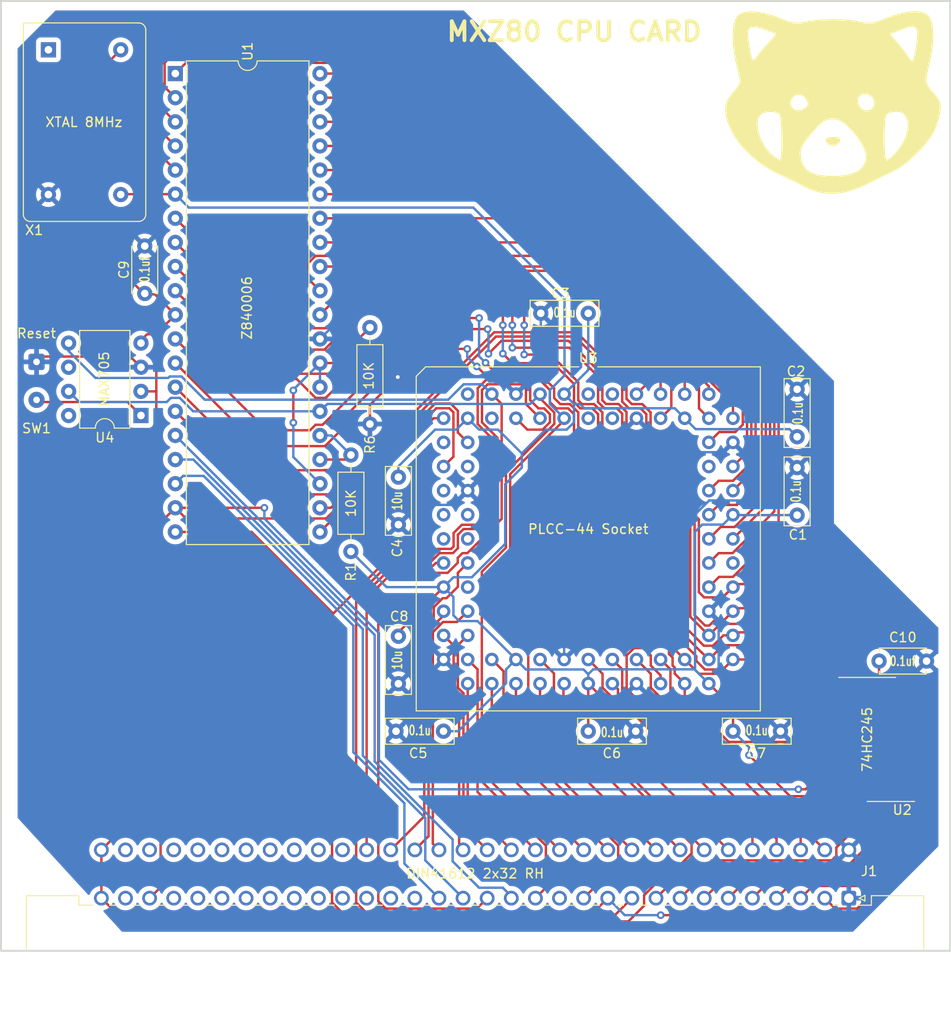
<source format=kicad_pcb>
(kicad_pcb (version 20221018) (generator pcbnew)

  (general
    (thickness 1.6)
  )

  (paper "A4")
  (layers
    (0 "F.Cu" signal)
    (31 "B.Cu" signal)
    (32 "B.Adhes" user "B.Adhesive")
    (33 "F.Adhes" user "F.Adhesive")
    (34 "B.Paste" user)
    (35 "F.Paste" user)
    (36 "B.SilkS" user "B.Silkscreen")
    (37 "F.SilkS" user "F.Silkscreen")
    (38 "B.Mask" user)
    (39 "F.Mask" user)
    (40 "Dwgs.User" user "User.Drawings")
    (41 "Cmts.User" user "User.Comments")
    (42 "Eco1.User" user "User.Eco1")
    (43 "Eco2.User" user "User.Eco2")
    (44 "Edge.Cuts" user)
    (45 "Margin" user)
    (46 "B.CrtYd" user "B.Courtyard")
    (47 "F.CrtYd" user "F.Courtyard")
    (48 "B.Fab" user)
    (49 "F.Fab" user)
    (50 "User.1" user)
    (51 "User.2" user)
    (52 "User.3" user)
    (53 "User.4" user)
    (54 "User.5" user)
    (55 "User.6" user)
    (56 "User.7" user)
    (57 "User.8" user)
    (58 "User.9" user)
  )

  (setup
    (stackup
      (layer "F.SilkS" (type "Top Silk Screen"))
      (layer "F.Paste" (type "Top Solder Paste"))
      (layer "F.Mask" (type "Top Solder Mask") (thickness 0.01))
      (layer "F.Cu" (type "copper") (thickness 0.035))
      (layer "dielectric 1" (type "core") (thickness 1.51) (material "FR4") (epsilon_r 4.5) (loss_tangent 0.02))
      (layer "B.Cu" (type "copper") (thickness 0.035))
      (layer "B.Mask" (type "Bottom Solder Mask") (thickness 0.01))
      (layer "B.Paste" (type "Bottom Solder Paste"))
      (layer "B.SilkS" (type "Bottom Silk Screen"))
      (copper_finish "None")
      (dielectric_constraints no)
    )
    (pad_to_mask_clearance 0)
    (pcbplotparams
      (layerselection 0x00010fc_ffffffff)
      (plot_on_all_layers_selection 0x0000000_00000000)
      (disableapertmacros false)
      (usegerberextensions false)
      (usegerberattributes true)
      (usegerberadvancedattributes true)
      (creategerberjobfile true)
      (dashed_line_dash_ratio 12.000000)
      (dashed_line_gap_ratio 3.000000)
      (svgprecision 4)
      (plotframeref false)
      (viasonmask false)
      (mode 1)
      (useauxorigin false)
      (hpglpennumber 1)
      (hpglpenspeed 20)
      (hpglpendiameter 15.000000)
      (dxfpolygonmode true)
      (dxfimperialunits true)
      (dxfusepcbnewfont true)
      (psnegative false)
      (psa4output false)
      (plotreference true)
      (plotvalue true)
      (plotinvisibletext false)
      (sketchpadsonfab false)
      (subtractmaskfromsilk false)
      (outputformat 1)
      (mirror false)
      (drillshape 0)
      (scaleselection 1)
      (outputdirectory "../../output/z80-cpu/")
    )
  )

  (net 0 "")
  (net 1 "VCC")
  (net 2 "GND")
  (net 3 "~{Pull-Up}")
  (net 4 "~{Pull-Down}")
  (net 5 "Net-(U4-~{MR})")
  (net 6 "ADDR^{MPU}11")
  (net 7 "ADDR^{MPU}12")
  (net 8 "ADDR^{MPU}13")
  (net 9 "ADDR^{MPU}14")
  (net 10 "ADDR^{MPU}15")
  (net 11 "CLK^{E}")
  (net 12 "DATA^{BUS}4")
  (net 13 "DATA^{BUS}3")
  (net 14 "DATA^{BUS}5")
  (net 15 "DATA^{BUS}6")
  (net 16 "DATA^{BUS}2")
  (net 17 "DATA^{BUS}7")
  (net 18 "DATA^{BUS}0")
  (net 19 "DATA^{BUS}1")
  (net 20 "~{IRQ}")
  (net 21 "~{NMI}")
  (net 22 "B^{AVAIL}")
  (net 23 "~{MRQ}")
  (net 24 "IOSEL")
  (net 25 "~{R}")
  (net 26 "~{W}")
  (net 27 "~{RES}")
  (net 28 "ADDR^{MPU}0")
  (net 29 "ADDR^{MPU}1")
  (net 30 "ADDR^{MPU}2")
  (net 31 "ADDR^{MPU}3")
  (net 32 "ADDR^{MPU}4")
  (net 33 "ADDR^{MPU}5")
  (net 34 "ADDR^{MPU}6")
  (net 35 "ADDR^{MPU}7")
  (net 36 "ADDR^{MPU}8")
  (net 37 "ADDR^{MPU}9")
  (net 38 "ADDR^{MPU}10")
  (net 39 "unconnected-(U3-GCLR1-Pad1)")
  (net 40 "unconnected-(U3-GCLK2-Pad2)")
  (net 41 "R{slash}~{W}")
  (net 42 "~{FIRQ}")
  (net 43 "unconnected-(U3-E-Pad10)")
  (net 44 "unconnected-(U3-Q-Pad11)")
  (net 45 "unconnected-(U3-NC-Pad17)")
  (net 46 "unconnected-(U3-NC-Pad18)")
  (net 47 "unconnected-(U3-NC-Pad20)")
  (net 48 "unconnected-(U3-NC-Pad21)")
  (net 49 "unconnected-(U3-NC-Pad22)")
  (net 50 "ADDR^{BUS}19")
  (net 51 "ADDR^{BUS}18")
  (net 52 "unconnected-(U3-NC-Pad27)")
  (net 53 "ADDR^{BUS}17")
  (net 54 "ADDR^{BUS}16")
  (net 55 "ADDR^{BUS}15")
  (net 56 "ADDR^{BUS}14")
  (net 57 "ADDR^{BUS}13")
  (net 58 "ADDR^{BUS}12")
  (net 59 "ADDR^{BUS}11")
  (net 60 "ADDR^{BUS}10")
  (net 61 "ADDR^{BUS}9")
  (net 62 "ADDR^{BUS}8")
  (net 63 "ADDR^{BUS}7")
  (net 64 "ADDR^{BUS}6")
  (net 65 "ADDR^{BUS}5")
  (net 66 "ADDR^{BUS}4")
  (net 67 "ADDR^{BUS}3")
  (net 68 "ADDR^{BUS}1")
  (net 69 "ADDR^{BUS}2")
  (net 70 "ADDR^{BUS}0")
  (net 71 "unconnected-(U3-GLCK1-Pad83)")
  (net 72 "unconnected-(U3-GOE1-Pad84)")
  (net 73 "unconnected-(U4-WDI-Pad6)")
  (net 74 "unconnected-(U4-~{WDO}-Pad8)")
  (net 75 "unconnected-(X1-EN-Pad1)")
  (net 76 "unconnected-(J1-Pad22)")
  (net 77 "unconnected-(J1-Pad23)")
  (net 78 "unconnected-(J1-Pad24)")
  (net 79 "unconnected-(J1-Pad25)")
  (net 80 "unconnected-(J1-Pad26)")
  (net 81 "unconnected-(J1-Pad27)")
  (net 82 "unconnected-(J1-Pad28)")
  (net 83 "unconnected-(J1-Pad29)")
  (net 84 "unconnected-(J1-Pad30)")
  (net 85 "unconnected-(J1-+12V-Pad31)")
  (net 86 "unconnected-(J1-+12V-Pad34)")
  (net 87 "unconnected-(J1-i^{2}C^{SDA}-Pad36)")
  (net 88 "unconnected-(J1-i^{2}C^{SCL}-Pad37)")
  (net 89 "unconnected-(J1-SPI^{~{CS}A2}-Pad38)")
  (net 90 "unconnected-(J1-SPI^{~{CS}A1}-Pad39)")
  (net 91 "unconnected-(J1-SPI^{~{CS}A0}-Pad40)")
  (net 92 "unconnected-(J1-SPI^{CLK}-Pad41)")
  (net 93 "unconnected-(J1-SPI^{MISO}-Pad42)")
  (net 94 "unconnected-(J1-SPI^{MOSI}-Pad43)")
  (net 95 "unconnected-(J1-CON^{TX}-Pad44)")
  (net 96 "unconnected-(J1-CON^{RX}-Pad45)")
  (net 97 "B^{STAT}")
  (net 98 "~{HALT}")
  (net 99 "unconnected-(U3-JTAG^{TDO}-Pad71)")
  (net 100 "unconnected-(U3-JTAG^{TCK}-Pad62)")
  (net 101 "unconnected-(U3-JTAG^{TMS}-Pad23)")
  (net 102 "unconnected-(U3-JTAG^{TDI}-Pad14)")
  (net 103 "DATA^{MPU}7")
  (net 104 "DATA^{MPU}6")
  (net 105 "DATA^{MPU}5")
  (net 106 "DATA^{MPU}4")
  (net 107 "DATA^{MPU}3")
  (net 108 "DATA^{MPU}2")
  (net 109 "DATA^{MPU}1")
  (net 110 "DATA^{MPU}0")

  (footprint "Package_DIP:DIP-8_W7.62mm" (layer "F.Cu") (at 93.75 105.642704 180))

  (footprint "Capacitor_THT:C_Disc_D7.0mm_W2.5mm_P5.00mm" (layer "F.Cu") (at 140.867295 94.882704 180))

  (footprint "Capacitor_THT:C_Disc_D4.7mm_W2.5mm_P5.00mm" (layer "F.Cu") (at 94.15 87.8 -90))

  (footprint "Package_LCC:PLCC-84_THT-Socket" (layer "F.Cu") (at 140.867295 103.392704))

  (footprint "Capacitor_THT:C_Disc_D7.0mm_W2.5mm_P5.00mm" (layer "F.Cu") (at 162.867295 116.132704 90))

  (footprint "Capacitor_THT:C_Disc_D4.7mm_W2.5mm_P5.00mm" (layer "F.Cu") (at 176.5 131.5 180))

  (footprint "Package_DIP:DIP-40_W15.24mm" (layer "F.Cu") (at 97.367295 69.642704))

  (footprint "Capacitor_THT:C_Disc_D7.0mm_W2.5mm_P5.00mm" (layer "F.Cu") (at 140.867295 138.882704))

  (footprint "Capacitor_THT:C_Disc_D7.0mm_W2.5mm_P5.00mm" (layer "F.Cu") (at 162.867295 107.882704 90))

  (footprint "card_bus:DIN41612_R_2x32_Male_Horizontal_THT" (layer "F.Cu") (at 127.68 115.28 -90))

  (footprint "Connector_Wire:SolderWire-0.15sqmm_1x02_P4mm_D0.5mm_OD1.5mm" (layer "F.Cu") (at 82.75 100 -90))

  (footprint "Package_SO:SO-20_12.8x7.5mm_P1.27mm" (layer "F.Cu") (at 170.25 139.75 180))

  (footprint "Capacitor_THT:C_Disc_D7.0mm_W2.5mm_P5.00mm" (layer "F.Cu") (at 120.867295 128.882704 -90))

  (footprint "Oscillator:Oscillator_DIP-14" (layer "F.Cu") (at 83.997295 67.142704 -90))

  (footprint "Resistor_THT:R_Axial_DIN0207_L6.3mm_D2.5mm_P10.16mm_Horizontal" (layer "F.Cu") (at 117.867295 96.382704 -90))

  (footprint "Capacitor_THT:C_Disc_D7.0mm_W2.5mm_P5.00mm" (layer "F.Cu") (at 156.117295 138.882704))

  (footprint "Capacitor_THT:C_Disc_D7.0mm_W2.5mm_P5.00mm" (layer "F.Cu") (at 120.867295 112.132704 -90))

  (footprint "Capacitor_THT:C_Disc_D7.0mm_W2.5mm_P5.00mm" (layer "F.Cu") (at 125.617295 138.882704 180))

  (footprint "Resistor_THT:R_Axial_DIN0207_L6.3mm_D2.5mm_P10.16mm_Horizontal" (layer "F.Cu") (at 115.867295 109.802704 -90))

  (gr_poly
    (pts
      (xy 166.771002 76.32354)
      (xy 166.877804 76.327487)
      (xy 166.927053 76.330523)
      (xy 166.973599 76.334301)
      (xy 167.01749 76.338845)
      (xy 167.058775 76.344178)
      (xy 167.097502 76.350325)
      (xy 167.133719 76.35731)
      (xy 167.167475 76.365158)
      (xy 167.198818 76.373892)
      (xy 167.227797 76.383537)
      (xy 167.254461 76.394116)
      (xy 167.278857 76.405656)
      (xy 167.301034 76.418178)
      (xy 167.321041 76.431709)
      (xy 167.338926 76.446271)
      (xy 167.354737 76.461889)
      (xy 167.368524 76.478588)
      (xy 167.380333 76.496391)
      (xy 167.390215 76.515323)
      (xy 167.398217 76.535409)
      (xy 167.404387 76.556671)
      (xy 167.408775 76.579135)
      (xy 167.411428 76.602825)
      (xy 167.412395 76.627764)
      (xy 167.411725 76.653978)
      (xy 167.409466 76.68149)
      (xy 167.405666 76.710325)
      (xy 167.400374 76.740506)
      (xy 167.393638 76.772059)
      (xy 167.380376 76.82973)
      (xy 167.36072 76.88368)
      (xy 167.335095 76.933909)
      (xy 167.303928 76.980418)
      (xy 167.267644 77.023206)
      (xy 167.226671 77.062273)
      (xy 167.181435 77.09762)
      (xy 167.132362 77.129246)
      (xy 167.079878 77.157151)
      (xy 167.02441 77.181336)
      (xy 166.966384 77.2018)
      (xy 166.906226 77.218543)
      (xy 166.844363 77.231565)
      (xy 166.78122 77.240867)
      (xy 166.717226 77.246448)
      (xy 166.652805 77.248309)
      (xy 166.588383 77.246448)
      (xy 166.524389 77.240867)
      (xy 166.461247 77.231565)
      (xy 166.399383 77.218543)
      (xy 166.339226 77.2018)
      (xy 166.281199 77.181336)
      (xy 166.225731 77.157151)
      (xy 166.173247 77.129246)
      (xy 166.124174 77.09762)
      (xy 166.078938 77.062273)
      (xy 166.037965 77.023206)
      (xy 166.001682 76.980418)
      (xy 165.970514 76.933909)
      (xy 165.944889 76.88368)
      (xy 165.925233 76.82973)
      (xy 165.911971 76.772059)
      (xy 165.899944 76.710325)
      (xy 165.893885 76.653978)
      (xy 165.893214 76.627764)
      (xy 165.894182 76.602825)
      (xy 165.896835 76.579135)
      (xy 165.901223 76.556671)
      (xy 165.907393 76.535409)
      (xy 165.915395 76.515323)
      (xy 165.925276 76.496391)
      (xy 165.937086 76.478588)
      (xy 165.950872 76.461889)
      (xy 165.966684 76.446271)
      (xy 165.984569 76.431709)
      (xy 166.004575 76.418178)
      (xy 166.026753 76.405656)
      (xy 166.051149 76.394116)
      (xy 166.077812 76.383537)
      (xy 166.106791 76.373892)
      (xy 166.171891 76.35731)
      (xy 166.246834 76.344178)
      (xy 166.33201 76.334301)
      (xy 166.427805 76.327487)
      (xy 166.534608 76.32354)
      (xy 166.652805 76.322267)
    )

    (stroke (width 0) (type solid)) (fill solid) (layer "F.SilkS") (tstamp 16a944cd-c36a-4daf-b9eb-3bf1fae3f0cd))
  (gr_poly
    (pts
      (xy 175.464121 63.093379)
      (xy 175.597583 63.102533)
      (xy 175.725895 63.116614)
      (xy 175.848916 63.135637)
      (xy 175.966507 63.159616)
      (xy 176.078526 63.188565)
      (xy 176.184833 63.222499)
      (xy 176.285288 63.261434)
      (xy 176.37975 63.305382)
      (xy 176.468079 63.354359)
      (xy 176.550134 63.408379)
      (xy 176.625774 63.467458)
      (xy 176.69486 63.531608)
      (xy 176.75725 63.600846)
      (xy 176.812805 63.675185)
      (xy 176.905829 63.828683)
      (xy 176.986489 64.010203)
      (xy 177.054825 64.218001)
      (xy 177.110874 64.450332)
      (xy 177.154676 64.705452)
      (xy 177.18627 64.981617)
      (xy 177.205694 65.277083)
      (xy 177.212987 65.590107)
      (xy 177.208187 65.918944)
      (xy 177.191334 66.261849)
      (xy 177.162466 66.617079)
      (xy 177.121623 66.98289)
      (xy 177.068841 67.357538)
      (xy 177.004162 67.739278)
      (xy 176.927623 68.126367)
      (xy 176.839262 68.517061)
      (xy 176.675138 69.216708)
      (xy 176.612299 69.503105)
      (xy 176.563103 69.753574)
      (xy 176.543815 69.866825)
      (xy 176.52817 69.972882)
      (xy 176.516245 70.072341)
      (xy 176.508119 70.165797)
      (xy 176.503869 70.253846)
      (xy 176.503572 70.337085)
      (xy 176.507305 70.416108)
      (xy 176.515147 70.491513)
      (xy 176.527175 70.563895)
      (xy 176.543466 70.633849)
      (xy 176.564098 70.701973)
      (xy 176.589148 70.76886)
      (xy 176.618694 70.835109)
      (xy 176.652813 70.901313)
      (xy 176.691583 70.96807)
      (xy 176.735082 71.035976)
      (xy 176.783386 71.105625)
      (xy 176.836574 71.177614)
      (xy 176.957911 71.330996)
      (xy 177.099711 71.500889)
      (xy 177.262595 71.692059)
      (xy 177.3895 71.835261)
      (xy 177.502684 71.96827)
      (xy 177.602691 72.092675)
      (xy 177.690064 72.210064)
      (xy 177.765343 72.322028)
      (xy 177.829073 72.430154)
      (xy 177.881796 72.536032)
      (xy 177.9042 72.588625)
      (xy 177.924055 72.641252)
      (xy 177.941429 72.694111)
      (xy 177.956391 72.747402)
      (xy 177.969008 72.801322)
      (xy 177.979349 72.856071)
      (xy 177.993469 72.968848)
      (xy 177.999296 73.087323)
      (xy 177.997371 73.213084)
      (xy 177.988237 73.34772)
      (xy 177.972437 73.492821)
      (xy 177.950514 73.649976)
      (xy 177.937866 73.758316)
      (xy 177.920024 73.874252)
      (xy 177.897377 73.996699)
      (xy 177.870311 74.124572)
      (xy 177.804475 74.392256)
      (xy 177.725616 74.668622)
      (xy 177.636836 74.944987)
      (xy 177.541235 75.212671)
      (xy 177.441913 75.462992)
      (xy 177.341971 75.687268)
      (xy 177.213949 75.936225)
      (xy 177.050775 76.204291)
      (xy 176.856362 76.487626)
      (xy 176.634625 76.782395)
      (xy 176.389478 77.08476)
      (xy 176.124837 77.390885)
      (xy 175.844615 77.696932)
      (xy 175.552727 77.999065)
      (xy 175.253088 78.293446)
      (xy 174.949611 78.576239)
      (xy 174.646213 78.843606)
      (xy 174.346806 79.091711)
      (xy 174.055305 79.316717)
      (xy 173.775626 79.514786)
      (xy 173.511682 79.682081)
      (xy 173.267388 79.814767)
      (xy 172.03046 80.41008)
      (xy 171.198676 80.819357)
      (xy 170.356971 81.243517)
      (xy 169.880934 81.47265)
      (xy 169.414858 81.673878)
      (xy 168.958161 81.847201)
      (xy 168.510262 81.992619)
      (xy 168.07058 82.110131)
      (xy 167.638532 82.199738)
      (xy 167.213539 82.26144)
      (xy 166.795018 82.295236)
      (xy 166.382388 82.301127)
      (xy 165.975068 82.279113)
      (xy 165.572476 82.229194)
      (xy 165.174032 82.151369)
      (xy 164.779153 82.045639)
      (xy 164.387258 81.912004)
      (xy 163.997767 81.750463)
      (xy 163.610097 81.561018)
      (xy 162.981711 81.241864)
      (xy 162.234263 80.873101)
      (xy 161.466972 80.504338)
      (xy 160.779055 80.185183)
      (xy 160.402612 79.99661)
      (xy 160.028455 79.789084)
      (xy 159.658252 79.564117)
      (xy 159.293668 79.323221)
      (xy 158.936371 79.067907)
      (xy 158.588026 78.799687)
      (xy 158.250302 78.520072)
      (xy 157.924863 78.230575)
      (xy 157.613377 77.932705)
      (xy 157.31751 77.627976)
      (xy 157.038929 77.317898)
      (xy 156.7793 77.003983)
      (xy 156.54029 76.687743)
      (xy 156.323565 76.370689)
      (xy 156.130793 76.054332)
      (xy 155.963639 75.740185)
      (xy 155.801175 75.401704)
      (xy 155.661073 75.079967)
      (xy 155.617823 74.967437)
      (xy 158.716408 74.967437)
      (xy 158.719291 75.106335)
      (xy 158.745846 75.39571)
      (xy 158.798989 75.696712)
      (xy 158.877363 76.004768)
      (xy 158.979611 76.315305)
      (xy 159.104377 76.623749)
      (xy 159.250305 76.925526)
      (xy 159.416038 77.216064)
      (xy 159.600219 77.490788)
      (xy 159.801492 77.745127)
      (xy 159.908115 77.863222)
      (xy 160.018501 77.974505)
      (xy 160.132482 78.078405)
      (xy 160.249889 78.174351)
      (xy 160.31462 78.228256)
      (xy 160.379545 78.280649)
      (xy 160.444237 78.33126)
      (xy 160.508271 78.379816)
      (xy 160.571219 78.426047)
      (xy 160.632656 78.469682)
      (xy 160.692155 78.510448)
      (xy 160.74929 78.548075)
      (xy 160.803634 78.582291)
      (xy 160.854761 78.612826)
      (xy 160.902245 78.639407)
      (xy 160.94566 78.661763)
      (xy 160.984579 78.679624)
      (xy 161.018575 78.692718)
      (xy 161.047224 78.700773)
      (xy 161.059409 78.702826)
      (xy 161.070097 78.703518)
      (xy 161.091572 78.691134)
      (xy 161.111361 78.654988)
      (xy 161.145958 78.517431)
      (xy 161.174044 78.302903)
      (xy 161.194086 78.04516)
      (xy 163.249964 78.04516)
      (xy 163.254505 78.184556)
      (xy 163.266139 78.3331)
      (xy 163.300975 78.600745)
      (xy 163.356314 78.848314)
      (xy 163.391878 78.964691)
      (xy 163.432815 79.076194)
      (xy 163.479206 79.182872)
      (xy 163.531135 79.284773)
      (xy 163.588684 79.381946)
      (xy 163.651935 79.474439)
      (xy 163.720971 79.5623)
      (xy 163.795874 79.645578)
      (xy 163.876726 79.724322)
      (xy 163.963609 79.798579)
      (xy 164.056606 79.868399)
      (xy 164.1558 79.93383)
      (xy 164.261272 79.994919)
      (xy 164.373106 80.051716)
      (xy 164.616185 80.152628)
      (xy 164.885697 80.236951)
      (xy 165.1823 80.305073)
      (xy 165.506654 80.357383)
      (xy 165.859417 80.394267)
      (xy 166.241247 80.416113)
      (xy 166.652805 80.423309)
      (xy 166.98928 80.417533)
      (xy 167.30907 80.400358)
      (xy 167.612078 80.372011)
      (xy 167.898207 80.33272)
      (xy 168.16736 80.282713)
      (xy 168.419441 80.222217)
      (xy 168.654353 80.15146)
      (xy 168.871998 80.070669)
      (xy 169.072279 79.980073)
      (xy 169.255101 79.879899)
      (xy 169.420365 79.770375)
      (xy 169.567976 79.651728)
      (xy 169.697835 79.524187)
      (xy 169.809847 79.387978)
      (xy 169.903914 79.24333)
      (xy 169.97994 79.090471)
      (xy 170.037827 78.929627)
      (xy 170.077479 78.761027)
      (xy 170.098799 78.584898)
      (xy 170.10169 78.401469)
      (xy 170.086054 78.210966)
      (xy 170.051796 78.013618)
      (xy 169.998818 77.809652)
      (xy 169.927024 77.599295)
      (xy 169.836315 77.382777)
      (xy 169.726597 77.160323)
      (xy 169.597771 76.932163)
      (xy 169.44974 76.698523)
      (xy 169.322871 76.517398)
      (xy 172.080071 76.517398)
      (xy 172.095419 77.331974)
      (xy 172.135882 78.030898)
      (xy 172.16524 78.307438)
      (xy 172.200529 78.519602)
      (xy 172.241631 78.655569)
      (xy 172.264326 78.691285)
      (xy 172.28843 78.703518)
      (xy 172.337679 78.698933)
      (xy 172.390963 78.685444)
      (xy 172.447977 78.663448)
      (xy 172.508417 78.633342)
      (xy 172.638351 78.550388)
      (xy 172.778323 78.439762)
      (xy 172.925892 78.304641)
      (xy 173.078615 78.148203)
      (xy 173.234051 77.973627)
      (xy 173.389758 77.784091)
      (xy 173.543295 77.582772)
      (xy 173.69222 77.37285)
      (xy 173.834091 77.157501)
      (xy 173.966467 76.939904)
      (xy 174.086905 76.723238)
      (xy 174.192964 76.51068)
      (xy 174.282203 76.305408)
      (xy 174.352179 76.1106)
      (xy 174.394043 75.956689)
      (xy 174.430365 75.811963)
      (xy 174.461184 75.675685)
      (xy 174.486538 75.547121)
      (xy 174.506465 75.425533)
      (xy 174.521006 75.310185)
      (xy 174.530198 75.20034)
      (xy 174.53408 75.095263)
      (xy 174.532691 74.994216)
      (xy 174.52607 74.896463)
      (xy 174.514256 74.801269)
      (xy 174.497286 74.707896)
      (xy 174.475201 74.615609)
      (xy 174.448039 74.52367)
      (xy 174.415838 74.431343)
      (xy 174.378638 74.337893)
      (xy 174.333609 74.251981)
      (xy 174.287533 74.172735)
      (xy 174.239984 74.100001)
      (xy 174.190536 74.033622)
      (xy 174.138763 73.973445)
      (xy 174.084238 73.919314)
      (xy 174.026535 73.871074)
      (xy 173.996358 73.849115)
      (xy 173.965227 73.82857)
      (xy 173.933088 73.809421)
      (xy 173.899889 73.791647)
      (xy 173.865575 73.77523)
      (xy 173.830093 73.760151)
      (xy 173.755414 73.733925)
      (xy 173.675425 73.712815)
      (xy 173.5897 73.696666)
      (xy 173.497813 73.685323)
      (xy 173.399337 73.678631)
      (xy 173.293845 73.676435)
      (xy 173.214244 73.678256)
      (xy 173.134527 73.683566)
      (xy 173.055197 73.692131)
      (xy 172.976759 73.70372)
      (xy 172.899716 73.718099)
      (xy 172.824572 73.735036)
      (xy 172.751831 73.754298)
      (xy 172.681997 73.775653)
      (xy 172.615574 73.798869)
      (xy 172.553065 73.823713)
      (xy 172.494974 73.849951)
      (xy 172.441806 73.877353)
      (xy 172.394063 73.905684)
      (xy 172.352251 73.934714)
      (xy 172.316872 73.964208)
      (xy 172.301752 73.979057)
      (xy 172.28843 73.993935)
      (xy 172.262073 74.047019)
      (xy 172.237561 74.120949)
      (xy 172.194018 74.325439)
      (xy 172.157683 74.595584)
      (xy 172.12844 74.919563)
      (xy 172.090768 75.681738)
      (xy 172.080071 76.517398)
      (xy 169.322871 76.517398)
      (xy 169.282409 76.459632)
      (xy 169.095679 76.215716)
      (xy 168.889455 75.967005)
      (xy 168.663639 75.713725)
      (xy 168.491627 75.529712)
      (xy 168.331824 75.364031)
      (xy 168.182796 75.215791)
      (xy 168.043108 75.0841)
      (xy 167.911327 74.968067)
      (xy 167.786018 74.866801)
      (xy 167.665747 74.779409)
      (xy 167.549081 74.705002)
      (xy 167.491652 74.672388)
      (xy 167.434586 74.642687)
      (xy 167.377703 74.615785)
      (xy 167.320826 74.591572)
      (xy 167.263775 74.569937)
      (xy 167.206369 74.550767)
      (xy 167.148431 74.533952)
      (xy 167.089781 74.51938)
      (xy 166.969627 74.49652)
      (xy 166.844473 74.481295)
      (xy 166.712885 74.472813)
      (xy 166.57343 74.470184)
      (xy 166.430183 74.472865)
      (xy 166.296858 74.481708)
      (xy 166.171594 74.497915)
      (xy 166.052532 74.522687)
      (xy 165.93781 74.557227)
      (xy 165.825569 74.602734)
      (xy 165.713948 74.660412)
      (xy 165.601087 74.73146)
      (xy 165.485125 74.817082)
      (xy 165.364202 74.918478)
      (xy 165.236458 75.036849)
      (xy 165.100032 75.173398)
      (xy 164.953064 75.329325)
      (xy 164.793694 75.505832)
      (xy 164.430305 75.925393)
      (xy 164.241951 76.148351)
      (xy 164.07317 76.35224)
      (xy 163.923069 76.539076)
      (xy 163.790758 76.710875)
      (xy 163.675345 76.869651)
      (xy 163.575939 77.017419)
      (xy 163.491648 77.156196)
      (xy 163.454893 77.222843)
      (xy 163.421582 77.287997)
      (xy 163.391604 77.351911)
      (xy 163.364847 77.414837)
      (xy 163.341201 77.477026)
      (xy 163.320554 77.538731)
      (xy 163.302794 77.600203)
      (xy 163.287811 77.661695)
      (xy 163.275491 77.723458)
      (xy 163.265725 77.785744)
      (xy 163.258401 77.848805)
      (xy 163.253407 77.912894)
      (xy 163.249964 78.04516)
      (xy 161.194086 78.04516)
      (xy 161.195774 78.023456)
      (xy 161.220785 77.318021)
      (xy 161.222232 76.497554)
      (xy 161.201355 75.658484)
      (xy 161.159394 74.897239)
      (xy 161.130894 74.575934)
      (xy 161.097589 74.310246)
      (xy 161.059632 74.112229)
      (xy 161.01718 73.993935)
      (xy 160.989411 73.957816)
      (xy 160.955944 73.923881)
      (xy 160.917128 73.892146)
      (xy 160.873313 73.862625)
      (xy 160.824847 73.835333)
      (xy 160.772079 73.810284)
      (xy 160.655032 73.766972)
      (xy 160.524962 73.732808)
      (xy 160.384661 73.707906)
      (xy 160.236918 73.692384)
      (xy 160.084524 73.686357)
      (xy 159.93027 73.689942)
      (xy 159.776946 73.703255)
      (xy 159.627343 73.726412)
      (xy 159.484251 73.759531)
      (xy 159.35046 73.802726)
      (xy 159.287925 73.828138)
      (xy 159.228762 73.856114)
      (xy 159.17332 73.886667)
      (xy 159.121947 73.919812)
      (xy 159.074993 73.955563)
      (xy 159.032805 73.993935)
      (xy 158.965184 74.070657)
      (xy 158.906075 74.156574)
      (xy 158.855309 74.251114)
      (xy 158.812716 74.353706)
      (xy 158.778125 74.463779)
      (xy 158.751369 74.58076)
      (xy 158.732277 74.704077)
      (xy 158.72068 74.83316)
      (xy 158.716408 74.967437)
      (xy 155.617823 74.967437)
      (xy 155.543374 74.773732)
      (xy 155.448115 74.481761)
      (xy 155.408913 74.340736)
      (xy 155.375335 74.202811)
      (xy 155.347387 74.067833)
      (xy 155.325073 73.935644)
      (xy 155.308399 73.806091)
      (xy 155.297368 73.679019)
      (xy 155.291987 73.554272)
      (xy 155.292259 73.431696)
      (xy 155.298189 73.311135)
      (xy 155.309783 73.192434)
      (xy 155.327046 73.075438)
      (xy 155.349981 72.959993)
      (xy 155.378595 72.845943)
      (xy 155.407392 72.75122)
      (xy 162.189202 72.75122)
      (xy 162.192922 72.824528)
      (xy 162.204156 72.896005)
      (xy 162.22255 72.965291)
      (xy 162.247751 73.03203)
      (xy 162.279405 73.095862)
      (xy 162.317159 73.156428)
      (xy 162.360659 73.21337)
      (xy 162.40955 73.266331)
      (xy 162.46348 73.31495)
      (xy 162.522095 73.35887)
      (xy 162.585041 73.397733)
      (xy 162.651964 73.431178)
      (xy 162.722512 73.45885)
      (xy 162.796329 73.480387)
      (xy 162.873063 73.495433)
      (xy 162.952359 73.503629)
      (xy 163.033865 73.504615)
      (xy 163.117227 73.498035)
      (xy 163.20209 73.483528)
      (xy 163.288101 73.460737)
      (xy 163.374907 73.429303)
      (xy 163.462154 73.388868)
      (xy 163.549488 73.339073)
      (xy 163.636555 73.279559)
      (xy 163.706952 73.226449)
      (xy 163.769364 73.175896)
      (xy 163.82387 73.127359)
      (xy 163.848182 73.103677)
      (xy 163.870546 73.080295)
      (xy 163.890973 73.057146)
      (xy 163.909471 73.034161)
      (xy 163.926052 73.011273)
      (xy 163.940723 72.988414)
      (xy 163.953495 72.965517)
      (xy 163.964378 72.942513)
      (xy 163.973381 72.919334)
      (xy 163.980513 72.895914)
      (xy 163.985786 72.872183)
      (xy 163.989208 72.848074)
      (xy 163.990789 72.82352)
      (xy 163.990539 72.798452)
      (xy 163.988467 72.772803)
      (xy 163.984583 72.746504)
      (xy 163.978897 72.719489)
      (xy 163.971418 72.691688)
      (xy 163.962157 72.663035)
      (xy 163.951122 72.633462)
      (xy 163.938324 72.6029)
      (xy 163.923773 72.571282)
      (xy 163.90491 72.534644)
      (xy 169.288974 72.534644)
      (xy 169.291534 72.585822)
      (xy 169.296784 72.637306)
      (xy 169.304678 72.688915)
      (xy 169.315174 72.740471)
      (xy 169.328228 72.791795)
      (xy 169.343796 72.842707)
      (xy 169.361835 72.893027)
      (xy 169.382301 72.942578)
      (xy 169.405151 72.991179)
      (xy 169.430341 73.038651)
      (xy 169.457827 73.084815)
      (xy 169.487566 73.129492)
      (xy 169.519515 73.172502)
      (xy 169.553628 73.213666)
      (xy 169.589864 73.252805)
      (xy 169.628178 73.28974)
      (xy 169.668527 73.324292)
      (xy 169.710867 73.35628)
      (xy 169.755154 73.385527)
      (xy 169.801346 73.411852)
      (xy 169.870689 73.443432)
      (xy 169.939684 73.468851)
      (xy 170.008136 73.4883)
      (xy 170.075852 73.501975)
      (xy 170.142637 73.510069)
      (xy 170.208298 73.512775)
      (xy 170.272642 73.510288)
      (xy 170.335474 73.502802)
      (xy 170.396601 73.490509)
      (xy 170.455829 73.473604)
      (xy 170.512964 73.452281)
      (xy 170.567812 73.426734)
      (xy 170.620179 73.397156)
      (xy 170.669873 73.36374)
      (xy 170.716698 73.326682)
      (xy 170.760461 73.286174)
      (xy 170.800969 73.242411)
      (xy 170.838028 73.195585)
      (xy 170.871443 73.145892)
      (xy 170.901021 73.093524)
      (xy 170.926569 73.038676)
      (xy 170.947892 72.981542)
      (xy 170.964796 72.922314)
      (xy 170.977089 72.861187)
      (xy 170.984575 72.798355)
      (xy 170.987062 72.734011)
      (xy 170.984355 72.66835)
      (xy 170.976261 72.601565)
      (xy 170.962586 72.533849)
      (xy 170.943137 72.465397)
      (xy 170.917718 72.396402)
      (xy 170.886137 72.327059)
      (xy 170.859812 72.280868)
      (xy 170.830566 72.23658)
      (xy 170.798577 72.19424)
      (xy 170.764026 72.153892)
      (xy 170.727091 72.115578)
      (xy 170.687952 72.079342)
      (xy 170.646787 72.045228)
      (xy 170.603777 72.01328)
      (xy 170.559101 71.983541)
      (xy 170.512937 71.956055)
      (xy 170.465465 71.930865)
      (xy 170.416864 71.908015)
      (xy 170.367314 71.887549)
      (xy 170.316993 71.86951)
      (xy 170.266081 71.853942)
      (xy 170.214758 71.840888)
      (xy 170.163201 71.830392)
      (xy 170.111592 71.822498)
      (xy 170.060109 71.817248)
      (xy 170.008931 71.814688)
      (xy 169.958237 71.81486)
      (xy 169.908207 71.817808)
      (xy 169.85902 71.823576)
      (xy 169.810855 71.832206)
      (xy 169.763892 71.843744)
      (xy 169.718309 71.858232)
      (xy 169.674286 71.875714)
      (xy 169.632003 71.896233)
      (xy 169.591638 71.919834)
      (xy 169.553371 71.94656)
      (xy 169.517381 71.976454)
      (xy 169.483847 72.00956)
      (xy 169.450741 72.043094)
      (xy 169.420847 72.079084)
      (xy 169.394121 72.117351)
      (xy 169.37052 72.157716)
      (xy 169.35 72.2)
      (xy 169.332518 72.244022)
      (xy 169.31803 72.289605)
      (xy 169.306493 72.336568)
      (xy 169.297862 72.384733)
      (xy 169.292094 72.43392)
      (xy 169.289146 72.48395)
      (xy 169.288974 72.534644)
      (xy 163.90491 72.534644)
      (xy 163.889447 72.504607)
      (xy 163.848222 72.432893)
      (xy 163.812886 72.377315)
      (xy 163.776379 72.324689)
      (xy 163.738766 72.275017)
      (xy 163.700117 72.228306)
      (xy 163.660499 72.184559)
      (xy 163.61998 72.143783)
      (xy 163.578627 72.105981)
      (xy 163.536509 72.071158)
      (xy 163.493694 72.03932)
      (xy 163.450249 72.01047)
      (xy 163.406241 71.984615)
      (xy 163.36174 71.961759)
      (xy 163.316812 71.941906)
      (xy 163.271526 71.925062)
      (xy 163.225949 71.911232)
      (xy 163.180149 71.900419)
      (xy 163.134194 71.89263)
      (xy 163.088152 71.887868)
      (xy 163.04209 71.88614)
      (xy 162.996077 71.887448)
      (xy 162.950181 71.8918)
      (xy 162.904468 71.899198)
      (xy 162.859007 71.909649)
      (xy 162.813866 71.923157)
      (xy 162.769113 71.939727)
      (xy 162.724815 71.959363)
      (xy 162.68104 71.982071)
      (xy 162.637856 72.007855)
      (xy 162.595332 72.03672)
      (xy 162.553533 72.068672)
      (xy 162.51253 72.103714)
      (xy 162.472389 72.141852)
      (xy 162.403264 72.216904)
      (xy 162.344483 72.292993)
      (xy 162.295692 72.36976)
      (xy 162.256536 72.446846)
      (xy 162.226663 72.523894)
      (xy 162.205719 72.600545)
      (xy 162.19335 72.67644)
      (xy 162.189202 72.75122)
      (xy 155.407392 72.75122)
      (xy 155.412891 72.733134)
      (xy 155.452875 72.621409)
      (xy 155.498551 72.510615)
      (xy 155.549925 72.400596)
      (xy 155.607 72.291197)
      (xy 155.669783 72.182263)
      (xy 155.738278 72.073639)
      (xy 155.812489 71.96517)
      (xy 155.892422 71.856701)
      (xy 156.069472 71.639143)
      (xy 156.373019 71.299216)
      (xy 156.493051 71.157428)
      (xy 156.592851 71.028121)
      (xy 156.673117 70.906565)
      (xy 156.706144 70.847216)
      (xy 156.734548 70.788032)
      (xy 156.758417 70.728422)
      (xy 156.77784 70.667794)
      (xy 156.792902 70.605558)
      (xy 156.803691 70.541122)
      (xy 156.810294 70.473896)
      (xy 156.812799 70.403288)
      (xy 156.805861 70.249564)
      (xy 156.783576 70.075221)
      (xy 156.74664 69.87553)
      (xy 156.695752 69.645764)
      (xy 156.631608 69.381193)
      (xy 156.466347 68.728727)
      (xy 156.373627 68.353388)
      (xy 156.293851 67.97332)
      (xy 156.226943 67.591238)
      (xy 156.172825 67.209853)
      (xy 156.131419 66.831878)
      (xy 156.102648 66.460028)
      (xy 156.086435 66.097014)
      (xy 156.082701 65.745549)
      (xy 156.088345 65.526015)
      (xy 157.709676 65.526015)
      (xy 157.712415 65.641035)
      (xy 157.719655 65.764669)
      (xy 157.746766 66.038206)
      (xy 157.789264 66.347476)
      (xy 157.846153 66.707402)
      (xy 157.898353 67.024231)
      (xy 157.946754 67.299511)
      (xy 157.992249 67.534794)
      (xy 158.014185 67.637921)
      (xy 158.035728 67.73163)
      (xy 158.05699 67.816114)
      (xy 158.078083 67.891568)
      (xy 158.099118 67.958186)
      (xy 158.120206 68.01616)
      (xy 158.141459 68.065686)
      (xy 158.162988 68.106956)
      (xy 158.184904 68.140164)
      (xy 158.20732 68.165505)
      (xy 158.218749 68.175286)
      (xy 158.230345 68.183172)
      (xy 158.242122 68.189188)
      (xy 158.254093 68.193359)
      (xy 158.266273 68.195708)
      (xy 158.278674 68.196259)
      (xy 158.291312 68.195037)
      (xy 158.3042 68.192067)
      (xy 158.317352 68.187371)
      (xy 158.330782 68.180976)
      (xy 158.358531 68.16318)
      (xy 158.38756 68.138872)
      (xy 158.417978 68.108247)
      (xy 158.449899 68.071499)
      (xy 158.483433 68.02882)
      (xy 158.518692 67.980406)
      (xy 158.555787 67.926449)
      (xy 158.63593 67.802684)
      (xy 158.739232 67.668532)
      (xy 158.867027 67.508335)
      (xy 159.175019 67.134612)
      (xy 159.517737 66.731122)
      (xy 159.853013 66.347476)
      (xy 160.646764 65.50081)
      (xy 172.658847 65.50081)
      (xy 173.320306 66.215184)
      (xy 173.464689 66.375381)
      (xy 173.617134 66.554182)
      (xy 173.7733 66.745384)
      (xy 173.928846 66.942788)
      (xy 174.079431 67.140192)
      (xy 174.220715 67.331395)
      (xy 174.348355 67.510195)
      (xy 174.458013 67.670392)
      (xy 174.507273 67.743508)
      (xy 174.555681 67.813795)
      (xy 174.603004 67.880903)
      (xy 174.649009 67.944484)
      (xy 174.693463 68.00419)
      (xy 174.736135 68.059671)
      (xy 174.776792 68.110579)
      (xy 174.8152 68.156565)
      (xy 174.851128 68.197279)
      (xy 174.884343 68.232374)
      (xy 174.914613 68.2615)
      (xy 174.92857 68.273716)
      (xy 174.941704 68.284309)
      (xy 174.953985 68.293235)
      (xy 174.965384 68.300452)
      (xy 174.975873 68.305914)
      (xy 174.985422 68.309579)
      (xy 174.994001 68.311403)
      (xy 175.001583 68.311343)
      (xy 175.008138 68.309354)
      (xy 175.013636 68.305393)
      (xy 175.036329 68.278562)
      (xy 175.05968 68.23833)
      (xy 175.107894 68.121115)
      (xy 175.157349 67.960647)
      (xy 175.207113 67.763825)
      (xy 175.303852 67.288712)
      (xy 175.390668 66.750967)
      (xy 175.460122 66.20578)
      (xy 175.50477 65.708343)
      (xy 175.515467 65.494777)
      (xy 175.517173 65.313845)
      (xy 175.508956 65.172446)
      (xy 175.489888 65.077477)
      (xy 175.45821 65.00679)
      (xy 175.422502 64.943583)
      (xy 175.403039 64.914797)
      (xy 175.382453 64.887896)
      (xy 175.360703 64.862883)
      (xy 175.337752 64.839765)
      (xy 175.313561 64.818546)
      (xy 175.288091 64.799232)
      (xy 175.261303 64.781825)
      (xy 175.233159 64.766333)
      (xy 175.20362 64.752759)
      (xy 175.172646 64.741108)
      (xy 175.140199 64.731386)
      (xy 175.106242 64.723596)
      (xy 175.070733 64.717745)
      (xy 175.033636 64.713836)
      (xy 174.954519 64.711866)
      (xy 174.868581 64.717724)
      (xy 174.775512 64.731451)
      (xy 174.675001 64.753084)
      (xy 174.566739 64.782662)
      (xy 174.450416 64.820224)
      (xy 174.32572 64.865809)
      (xy 173.293845 65.262685)
      (xy 172.658847 65.50081)
      (xy 160.646764 65.50081)
      (xy 159.932388 65.209769)
      (xy 159.560958 65.072555)
      (xy 159.229331 64.959138)
      (xy 158.935763 64.870371)
      (xy 158.802707 64.835497)
      (xy 158.678512 64.807106)
      (xy 158.562959 64.785303)
      (xy 158.455832 64.770196)
      (xy 158.356911 64.761891)
      (xy 158.265979 64.760494)
      (xy 158.182818 64.766112)
      (xy 158.107209 64.778852)
      (xy 158.038936 64.79882)
      (xy 157.977779 64.826122)
      (xy 157.923522 64.860867)
      (xy 157.875945 64.903159)
      (xy 157.83483 64.953106)
      (xy 157.799961 65.010814)
      (xy 157.771118 65.07639)
      (xy 157.748084 65.14994)
      (xy 157.730641 65.231571)
      (xy 157.71857 65.321389)
      (xy 157.711655 65.419502)
      (xy 157.709676 65.526015)
      (xy 156.088345 65.526015)
      (xy 156.09137 65.408348)
      (xy 156.112364 65.088122)
      (xy 156.145605 64.787585)
      (xy 156.191015 64.509449)
      (xy 156.248518 64.256428)
      (xy 156.318036 64.031235)
      (xy 156.399491 63.836583)
      (xy 156.444671 63.751558)
      (xy 156.492806 63.675185)
      (xy 156.54836 63.600846)
      (xy 156.610751 63.531608)
      (xy 156.679836 63.467458)
      (xy 156.755477 63.408379)
      (xy 156.92586 63.305382)
      (xy 157.120777 63.222499)
      (xy 157.339104 63.159616)
      (xy 157.579716 63.116614)
      (xy 157.841489 63.093379)
      (xy 158.1233 63.089794)
      (xy 158.424025 63.105743)
      (xy 158.742539 63.141109)
      (xy 159.077719 63.195776)
      (xy 159.42844 63.269628)
      (xy 159.793579 63.362549)
      (xy 160.172012 63.474422)
      (xy 160.562615 63.605132)
      (xy 160.964263 63.754561)
      (xy 161.220456 63.857565)
      (xy 161.454828 63.948554)
      (xy 161.669744 64.027916)
      (xy 161.867568 64.096038)
      (xy 162.050664 64.153309)
      (xy 162.221396 64.200115)
      (xy 162.382129 64.236844)
      (xy 162.535227 64.263883)
      (xy 162.683054 64.281621)
      (xy 162.827974 64.290445)
      (xy 162.972352 64.290742)
      (xy 163.118551 64.2829)
      (xy 163.268936 64.267307)
      (xy 163.42587 64.24435)
      (xy 163.59172 64.214416)
      (xy 163.768847 64.177894)
      (xy 164.061516 64.117432)
      (xy 164.381316 64.065032)
      (xy 164.72437 64.020693)
      (xy 165.086803 63.984417)
      (xy 165.464738 63.956201)
      (xy 165.854301 63.936047)
      (xy 166.652805 63.919924)
      (xy 167.451309 63.936047)
      (xy 167.840872 63.956201)
      (xy 168.218807 63.984417)
      (xy 168.58124 64.020693)
      (xy 168.924294 64.065032)
      (xy 169.244093 64.117432)
      (xy 169.536763 64.177894)
      (xy 169.71389 64.214416)
      (xy 169.879739 64.24435)
      (xy 170.036674 64.267307)
      (xy 170.187059 64.2829)
      (xy 170.333258 64.290742)
      (xy 170.477635 64.290445)
      (xy 170.622555 64.281621)
      (xy 170.770382 64.263883)
      (xy 170.92348 64.236844)
      (xy 171.084213 64.200115)
      (xy 171.254946 64.153309)
      (xy 171.438042 64.096038)
      (xy 171.635866 64.027916)
      (xy 171.850782 63.948554)
      (xy 172.341346 63.754561)
      (xy 172.742995 63.605132)
      (xy 173.133598 63.474422)
      (xy 173.512031 63.362549)
      (xy 173.87717 63.269628)
      (xy 174.227892 63.195776)
      (xy 174.563072 63.141109)
      (xy 174.881586 63.105743)
      (xy 175.034242 63.095334)
      (xy 175.18231 63.089794)
      (xy 175.32565 63.089138)
    )

    (stroke (width 0) (type solid)) (fill solid) (layer "F.SilkS") (tstamp c6be351a-4b50-43f3-bd97-e395fcf54b25))
  (gr_rect (start 79 62) (end 179 162)
    (stroke (width 0.2) (type solid)) (fill none) (layer "Edge.Cuts") (tstamp 15298d80-3fae-4dba-929c-46855975b69a))
  (gr_text "MXZ80 CPU CARD" (at 125.75 66.4) (layer "F.SilkS") (tstamp 2328decd-a7d5-4e63-af23-bce0c31cf734)
    (effects (font (size 2 2) (thickness 0.4) bold) (justify left bottom))
  )

  (segment (start 89.58 156.46) (end 92.03 158.91) (width 0.25) (layer "F.Cu") (net 1) (tstamp 0191c1ab-d5d1-4b99-ad70-59978a7b6215))
  (segment (start 140.867295 138.882704) (end 140.867295 133.872704) (width 0.25) (layer "F.Cu") (net 1) (tstamp 075375c8-611e-4b29-ac61-aa81ce526316))
  (segment (start 95.357295 103.102704) (end 95.367295 103.092704) (width 0.25) (layer "F.Cu") (net 1) (tstamp 08ec5c80-98ac-418e-b3b3-142cf57c1184))
  (segment (start 151.75 151.75) (end 151.75 150.75) (width 0.25) (layer "F.Cu") (net 1) (tstamp 09e87456-c678-4927-9f1d-1393759b3882))
  (segment (start 89.58 151.38) (end 95.367295 145.592705) (width 0.25) (layer "F.Cu") (net 1) (tstamp 0a273d74-6290-4f08-ae43-b1ceb07a8251))
  (segment (start 97.367295 95.042704) (end 95.207295 92.882704) (width 0.25) (layer "F.Cu") (net 1) (tstamp 0d844879-e093-4eee-89b9-975dcfe9eb0f))
  (segment (start 156.117295 138.882704) (end 156.117295 136.422704) (width 0.25) (layer "F.Cu") (net 1) (tstamp 159c3eeb-f7f7-4f75-9164-a6c86520c098))
  (segment (start 92.03 158.91) (end 145.09 158.91) (width 0.25) (layer "F.Cu") (net 1) (tstamp 2b84fd06-ee63-4556-86c2-b36c5a41fb29))
  (segment (start 94.117295 92.882704) (end 89.117295 87.882704) (width 0.25) (layer "F.Cu") (net 1) (tstamp 3185c23c-5120-46cd-b6cd-94240aa57918))
  (segment (start 95.207295 92.882704) (end 94.117295 92.882704) (width 0.25) (layer "F.Cu") (net 1) (tstamp 42c40f9a-4f4e-4b33-8f70-1648e643dca7))
  (segment (start 93.75 103.102704) (end 95.357295 103.102704) (width 0.25) (layer "F.Cu") (net 1) (tstamp 473a8376-cf03-43ed-8e46-4b2b94c25403))
  (segment (start 165.5 145.465) (end 165.24 145.725) (width 0.25) (layer "F.Cu") (net 1) (tstamp 4a54a261-6101-44ca-9972-3430197d460c))
  (segment (start 143.093495 142.093495) (end 143.093495 136.098904) (width 0.25) (layer "F.Cu") (net 1) (tstamp 4da3deea-98b7-45cf-8552-2e08dc9f8a70))
  (segment (start 167.025 142.193604) (end 167.025 144.475) (width 0.25) (layer "F.Cu") (net 1) (tstamp 4fa6c228-ea1e-4b40-b3f1-5542a94fa10c))
  (segment (start 150.5 153) (end 151.75 151.75) (width 0.25) (layer "F.Cu") (net 1) (tstamp 51dbc205-b21e-4184-a2a3-bd5ec8369b13))
  (segment (start 120.867295 128.472704) (end 120.867295 128.882704) (width 0.25) (layer "F.Cu") (net 1) (tstamp 5d33fb15-1872-4051-886d-3db59175993c))
  (segment (start 95.587295 96.822704) (end 97.367295 95.042704) (width 0.25) (layer "F.Cu") (net 1) (tstamp 668cbb21-e343-4698-811a-130a288dc108))
  (segment (start 89.117295 69.642704) (end 91.617295 67.142704) (width 0.25) (layer "F.Cu") (net 1) (tstamp 67bb9e9f-3080-4d50-be90-676a64a1529c))
  (segment (start 125.627295 123.712704) (end 120.867295 128.472704) (width 0.25) (layer "F.Cu") (net 1) (tstamp 6943afab-ef12-4dc1-b850-d11d30b29c46))
  (segment (start 143.093495 136.098904) (end 140.867295 133.872704) (width 0.25) (layer "F.Cu") (net 1) (tstamp 6bbf98ac-ad91-4172-ae51-7560a2633ee8))
  (segment (start 94.387295 97.092704) (end 95.317295 97.092704) (width 0.25) (layer "F.Cu") (net 1) (tstamp 6c2ecb1e-7869-4184-826a-2d58765fc5bd))
  (segment (start 171.5 137.718604) (end 167.025 142.193604) (width 0.25) (layer "F.Cu") (net 1) (tstamp 81c0bf82-a3f9-410d-bab2-ae998d9e3db0))
  (segment (start 151.75 150.75) (end 143.093495 142.093495) (width 0.25) (layer "F.Cu") (net 1) (tstamp 86bb1bad-0626-4c5e-88c7-71ef0a94ccf2))
  (segment (start 156.117295 136.422704) (end 153.567295 133.872704) (width 0.25) (layer "F.Cu") (net 1) (tstamp 872e6944-78e0-4bd5-b307-0f5429852c3c))
  (segment (start 89.58 156.46) (end 89.58 151.38) (width 0.25) (layer "F.Cu") (net 1) (tstamp 909b8a68-2c09-49a5-b99d-e76d6d3bf818))
  (segment (start 149.904365 153) (end 150.5 153) (width 0.25) (layer "F.Cu") (net 1) (tstamp 919d38a8-82ec-445d-8480-2071c5175c61))
  (segment (start 171.5 131.5) (end 171.5 137.718604) (width 0.25) (layer "F.Cu") (net 1) (tstamp 9bcaa1f5-382e-4b25-ac8b-fc31ffd94c5e))
  (segment (start 167.025 144.475) (end 166.035 145.465) (width 0.25) (layer "F.Cu") (net 1) (tstamp b2ac4322-bb95-4c95-8b6c-4902a2b3dcca))
  (segment (start 95.317295 97.092704) (end 95.587295 96.822704) (width 0.25) (layer "F.Cu") (net 1) (tstamp bbe1f0df-d4a3-4d6f-9479-5b97f9af39f9))
  (segment (start 95.367295 145.592705) (end 95.367295 103.092704) (width 0.25) (layer "F.Cu") (net 1) (tstamp bc258341-6855-49a3-a7f3-71c0952edcda))
  (segment (start 162.125 145.725) (end 157.8 141.4) (width 0.25) (layer "F.Cu") (net 1) (tstamp c959f391-7ef3-42ba-9793-e2da30ddcac0))
  (segment (start 165.24 145.725) (end 162.125 145.725) (width 0.25) (layer "F.Cu") (net 1) (tstamp ceb4fe79-8bc4-4e81-9d05-c9d734f4e654))
  (segment (start 93.75 97.729999) (end 94.387295 97.092704) (width 0.25) (layer "F.Cu") (net 1) (tstamp d00a2dd4-3e1f-4306-999a-dd8ffebc8a98))
  (segment (start 166.035 145.465) (end 165.5 145.465) (width 0.25) (layer "F.Cu") (net 1) (tstamp d383df20-25c4-4ec1-b168-678855368f03))
  (segment (start 95.367295 97.042704) (end 95.587295 96.822704) (width 0.25) (layer "F.Cu") (net 1) (tstamp d726291b-0c4d-4176-b572-991d540e8f4e))
  (segment (start 145.09 158.91) (end 146.75 157.25) (width 0.25) (layer "F.Cu") (net 1) (tstamp d7a2e1ab-5127-41a0-8fa6-a52aa627a931))
  (segment (start 89.117295 87.882704) (end 89.117295 69.642704) (width 0.25) (layer "F.Cu") (net 1) (tstamp d8e20367-ad8e-445d-a9ab-3a1fb6516afb))
  (segment (start 93.75 98.022704) (end 93.75 97.729999) (width 0.25) (layer "F.Cu") (net 1) (tstamp e7d5d38a-25c1-4ef5-9832-8e85e3a88f4f))
  (segment (start 146.75 156.154365) (end 149.904365 153) (width 0.25) (layer "F.Cu") (net 1) (tstamp eb83b38e-8a90-4098-824e-0ce8979a0d4a))
  (segment (start 95.367295 103.092704) (end 95.367295 97.042704) (width 0.25) (layer "F.Cu") (net 1) (tstamp eeb51ace-58e9-429c-8798-acaa8cd9d9be))
  (segment (start 146.75 157.25) (end 146.75 156.154365) (width 0.25) (layer "F.Cu") (net 1) (tstamp f779bd66-f93f-43ad-a493-e672047ea29c))
  (via (at 157.8 141.4) (size 0.8) (drill 0.4) (layers "F.Cu" "B.Cu") (net 1) (tstamp e518bbab-294d-4a92-a555-480374500431))
  (segment (start 132.117295 119.155713) (end 132.117295 112.882704) (width 0.25) (layer "B.Cu") (net 1) (tstamp 0667555f-7c91-4f82-9856-21300393366b))
  (segment (start 152.117295 132.422704) (end 153.567295 133.872704) (width 0.25) (layer "B.Cu") (net 1) (tstamp 10588170-99b6-47bb-b378-ef77817f4ef7))
  (segment (start 132.211095 133.834313) (end 132.211095 132.368904) (width 0.25) (layer "B.Cu") (net 1) (tstamp 13289183-e762-4893-8a56-cc50636d9a41))
  (segment (start 128.167295 105.932704) (end 129.367295 107.132704) (width 0.25) (layer "B.Cu") (net 1) (tstamp 141df677-6e32-4fa4-8434-ef3ff5ace233))
  (segment (start 120.867295 112.132704) (end 120.867295 111.001334) (width 0.25) (layer "B.Cu") (net 1) (tstamp 16d40f4a-287f-4b03-a561-a1b6c661b0f7))
  (segment (start 162.067296 107.082705) (end 152.177296 107.082705) (width 0.25) (layer "B.Cu") (net 1) (tstamp 1bb73284-96f5-4787-91a8-6450234c4d73))
  (segment (start 126.663495 122.676504) (end 128.596504 122.676504) (width 0.25) (layer "B.Cu") (net 1) (tstamp 1e368032-065c-471b-bb52-28641ef1778d))
  (segment (start 125.627295 123.712704) (end 126.663495 122.676504) (width 0.25) (layer "B.Cu") (net 1) (tstamp 2514ac92-3e5d-4b1c-b36c-efb272860e8d))
  (segment (start 140.451886 104.882704) (end 149.977295 104.882704) (width 0.25) (layer "B.Cu") (net 1) (tstamp 25f59b0e-828b-4a4b-8462-eef0990c78ca))
  (segment (start 139.363495 106.361913) (end 139.363495 104.428904) (width 0.25) (layer "B.Cu") (net 1) (tstamp 32577df0-f9b3-4788-91b7-041f6852a40b))
  (segment (start 162.867295 107.882704) (end 162.067296 107.082705) (width 0.25) (layer "B.Cu") (net 1) (tstamp 3344c54a-9c03-4136-9f03-cb9546306800))
  (segment (start 140.867295 132.882704) (end 140.867295 133.872704) (width 0.25) (layer "B.Cu") (net 1) (tstamp 353a4e45-aa11-47bb-945a-fbad681642e6))
  (segment (start 131.367295 107.132704) (end 133.867295 109.632704) (width 0.25) (layer "B.Cu") (net 1) (tstamp 36bc346d-f713-4c7b-b49d-be7f93fc5075))
  (segment (start 162.867295 116.132704) (end 156.147295 116.132704) (width 0.25) (layer "B.Cu") (net 1) (tstamp 3a0b3d5f-6676-4c4d-ae3a-1d51fef58bf8))
  (segment (start 125.627295 123.712704) (end 119.617295 123.712704) (width 0.25) (layer "B.Cu") (net 1) (tstamp 3f4a8d08-32c8-4ce9-a9dd-df92aedc2c26))
  (segment (start 139.998086 104.428904) (end 140.451886 104.882704) (width 0.25) (layer "B.Cu") (net 1) (tstamp 42f8e531-dc6a-4bcd-a09f-c6bbaa2e2a77))
  (segment (start 134.297295 132.382704) (end 140.367295 132.382704) (width 0.25) (layer "B.Cu") (net 1) (tstamp 4ad1a6d4-5962-418c-8c72-37433d925f69))
  (segment (start 152.871095 117.128904) (end 152.117295 117.882704) (width 0.25) (layer "B.Cu") (net 1) (tstamp 4ca02545-c14b-4f08-bdf1-d445a9e3cc43))
  (segment (start 133.867295 111.132704) (end 133.867295 109.632704) (width 0.25) (layer "B.Cu") (net 1) (tstamp 50eb876c-4def-4144-a436-c81c41431ebc))
  (segment (start 152.117295 132.132704) (end 152.117295 132.422704) (width 0.25) (layer "B.Cu") (net 1) (tstamp 511febf1-7545-4b9f-9e31-50ed31b2f1ff))
  (segment (start 132.211095 132.368904) (end 133.247295 131.332704) (width 0.25) (layer "B.Cu") (net 1) (tstamp 5cb26621-2a83-4a27-a817-8d367cc4b247))
  (segment (start 149.977295 104.882704) (end 151.027295 105.932704) (width 0.25) (layer "B.Cu") (net 1) (tstamp 5d5bc647-1c8d-4397-820c-b0fe1ae76bdb))
  (segment (start 127.162704 138.882704) (end 132.211095 133.834313) (width 0.25) (layer "B.Cu") (net 1) (tstamp 5e49f303-0c50-46e9-8746-608e6815959c))
  (segment (start 140.367295 132.382704) (end 140.867295 132.882704) (width 0.25) (layer "B.Cu") (net 1) (tstamp 63bd0231-4159-431d-9de6-ef8b1cd08226))
  (segment (start 152.117295 117.882704) (end 152.117295 132.132704) (width 0.25) (layer "B.Cu") (net 1) (tstamp 6c74c030-569d-4cd0-b536-c481f7a33958))
  (segment (start 156.107295 116.092704) (end 155.071095 117.128904) (width 0.25) (layer "B.Cu") (net 1) (tstamp 6ecdb425-d67d-401c-b462-46e13870b707))
  (segment (start 128.596504 122.676504) (end 132.117295 119.155713) (width 0.25) (layer "B.Cu") (net 1) (tstamp 7581ddc4-90e2-46cd-9b2b-ed7d08d220a2))
  (segment (start 119.617295 123.712704) (end 115.867295 119.962704) (width 0.25) (layer "B.Cu") (net 1) (tstamp 7b1d1a6b-e447-4186-b7df-27fa5a8cc918))
  (segment (start 157.8 140.565409) (end 156.117295 138.882704) (width 0.25) (layer "B.Cu") (net 1) (tstamp 8a64bb96-bb9f-44b5-8976-25fa94d673fd))
  (segment (start 151.881095 132.368904) (end 141.381095 132.368904) (width 0.25) (layer "B.Cu") (net 1) (tstamp 9424258e-27a9-4846-81cb-6c00599ca9e6))
  (segment (start 139.363495 104.428904) (end 138.327295 103.392704) (width 0.25) (layer "B.Cu") (net 1) (tstamp 96f89f1e-9f6b-4da8-ab40-616153c5713d))
  (segment (start 152.117295 132.132704) (end 151.881095 132.368904) (width 0.25) (layer "B.Cu") (net 1) (tstamp a0167078-990b-4566-80a0-d449f06eb40a))
  (segment (start 157.8 141.4) (end 157.8 140.565409) (width 0.25) (layer "B.Cu") (net 1) (tstamp a33dc30e-0e19-460a-bb16-2a76ec03edae))
  (segment (start 129.367295 107.132704) (end 131.367295 107.132704) (width 0.25) (layer "B.Cu") (net 1) (tstamp a61e3fc2-c24a-4dc4-b27b-2e7a4cbd2382))
  (segment (start 126.663495 126.681913) (end 126.663495 124.748904) (width 0.25) (layer "B.Cu") (net 1) (tstamp ac3e7203-b06a-4849-b14b-b4bbb80a6a47))
  (segment (start 127.270486 127.288904) (end 126.663495 126.681913) (width 0.25) (layer "B.Cu") (net 1) (tstamp acc2a922-1c30-4837-bfcc-3bf2909bdb5a))
  (segment (start 156.147295 116.132704) (end 156.107295 116.092704) (width 0.25) (layer "B.Cu") (net 1) (tstamp aced6e97-045e-40c2-96da-324ae39bef73))
  (segment (start 124.735925 107.132704) (end 126.967295 107.132704) (width 0.25) (layer "B.Cu") (net 1) (tstamp ad5adee6-7a79-4b88-8eb9-18d2c059830f))
  (segment (start 125.617295 138.882704) (end 127.162704 138.882704) (width 0.25) (layer "B.Cu") (net 1) (tstamp ade1b763-3457-481f-aacb-00d87ba4af7f))
  (segment (start 126.967295 107.132704) (end 128.167295 105.932704) (width 0.25) (layer "B.Cu") (net 1) (tstamp af218ed3-f7c1-485c-ae4a-3746b7a7fa42))
  (segment (start 133.247295 131.332704) (end 129.203495 127.288904) (width 0.25) (layer "B.Cu") (net 1) (tstamp b12146bd-866b-40ef-9ea5-7bc67bdedd17))
  (segment (start 140.867295 94.882704) (end 140.867295 100.852704) (width 0.25) (layer "B.Cu") (net 1) (tstamp b6651e9c-8ed5-46ad-aef1-85d7e094d73e))
  (segment (start 126.663495 124.748904) (end 125.627295 123.712704) (width 0.25) (layer "B.Cu") (net 1) (tstamp b7f6bf2a-2420-4884-9560-b358ccf1e569))
  (segment (start 141.381095 132.368904) (end 140.867295 132.882704) (width 0.25) (layer "B.Cu") (net 1) (tstamp bb72ad67-4012-4911-90e1-b7544baaa3b9))
  (segment (start 138.592704 107.132704) (end 139.363495 106.361913) (width 0.25) (layer "B.Cu") (net 1) (tstamp c51923d4-454d-42df-b4e2-3643908a5941))
  (segment (start 132.117295 112.882704) (end 133.867295 111.132704) (width 0.25) (layer "B.Cu") (net 1) (tstamp c5d6c7be-4006-49b9-92fd-ce266b9ea6d6))
  (segment (start 155.071095 117.128904) (end 152.871095 117.128904) (width 0.25) (layer "B.Cu") (net 1) (tstamp c841617a-9878-489a-b155-28d6b90e488c))
  (segment (start 120.867295 111.001334) (end 124.735925 107.132704) (width 0.25) (layer "B.Cu") (net 1) (tstamp cbe5e73d-27e8-4943-8238-af4099014664))
  (segment (start 129.203495 127.288904) (end 127.270486 127.288904) (width 0.25) (layer "B.Cu") (net 1) (tstamp cc105af3-c627-49d4-a481-3ce35da83fa6))
  (segment (start 152.177296 107.082705) (end 151.027295 105.932704) (width 0.25) (layer "B.Cu") (net 1) (tstamp d6bad59c-c0d3-4e8d-8fdd-d8a6faa8f066))
  (segment (start 133.867295 109.632704) (end 134.867295 108.632704) (width 0.25) (layer "B.Cu") (net 1) (tstamp d86e1f33-1052-4081-a878-bbcc5cd65357))
  (segment (start 136.367295 107.132704) (end 138.592704 107.132704) (width 0.25) (layer "B.Cu") (net 1) (tstamp da3bb48f-5556-48b7-b2dd-1dbf0c51e6ed))
  (segment (start 139.363495 104.428904) (end 139.998086 104.428904) (width 0.25) (layer "B.Cu") (net 1) (tstamp ddc73392-cab3-4dd9-ab36-b952148cda4b))
  (segment (start 134.867295 108.632704) (end 136.367295 107.132704) (width 0.25) (layer "B.Cu") (net 1) (tstamp f8a9074b-1137-4634-a3d5-13df19c6c9b7))
  (segment (start 140.867295 100.852704) (end 138.327295 103.392704) (width 0.25) (layer "B.Cu") (net 1) (tstamp f98990ec-2f60-43c1-b68c-a95986ea701e))
  (segment (start 133.247295 131.332704) (end 134.297295 132.382704) (width 0.25) (layer "B.Cu") (net 1) (tstamp fdc26a98-f1d0-4b26-8bed-2ec23c3fc298))
  (segment (start 175 133) (end 176.5 131.5) (width 0.25) (layer "F.Cu") (net 2) (tstamp 2a232a11-dbee-4cb4-ac3b-25f878997f47))
  (segment (start 83.312296 99.437704) (end 82.75 100) (width 0.25) (layer "F.Cu") (net 2) (tstamp 53405110-8783-47e3-94a7-6f3705999cfd))
  (segment (start 117.867295 106.542704) (end 117.867295 104.532705) (width 0.25) (layer "F.Cu") (net 2) (tstamp 60aff28a-fa55-439d-9f07-0b1c3b66e9a9))
  (segment (start 92.625 99.437704) (end 83.312296 99.437704) (width 0.25) (layer "F.Cu") (net 2) (tstamp 6824171b-c77b-4dcb-861a-4be8e3aadfb3))
  (segment (start 93.75 100.562704) (end 92.625 99.437704) (width 0.25) (layer "F.Cu") (net 2) (tstamp af1a704d-13f5-4750-812e-9eb04c406316))
  (segment (start 175 134.035) (end 175 133) (width 0.25) (layer "F.Cu") (net 2) (tstamp dc258afc-2ed6-4cf5-8019-3c083fc1ded1))
  (segment (start 117.867295 104.532705) (end 120.8 101.6) (width 0.25) (layer "F.Cu") (net 2) (tstamp f17aa8da-cc50-4d8b-bb99-e65890685460))
  (via (at 120.8 101.6) (size 0.8) (drill 0.4) (layers "F.Cu" "B.Cu") (net 2) (tstamp 68cef9d1-d454-4cf2-9cff-35841f6b730d))
  (segment (start 120.8 101.6) (end 116.782704 97.582704) (width 0.25) (layer "B.Cu") (net 2) (tstamp 16c4636c-929f-46fa-b4c3-fd47a70bcbe0))
  (segment (start 116.107294 94.082705) (end 135.067296 94.082705) (width 0.25) (layer "B.Cu") (net 2) (tstamp 178716be-4d63-4033-bd34-b3e6e21bd3bf))
  (segment (start 150.617295 117.577295) (end 144.672704 117.577295) (width 0.25) (layer "B.Cu") (net 2) (tstamp 1b01de94-9d55-483f-af67-566b879339b2))
  (segment (start 145.947295 105.932704) (end 149.523495 109.508904) (width 0.25) (layer "B.Cu") (net 2) (tstamp 2ceed869-39ef-40c1-90b2-a89457486095))
  (segment (start 112.607295 97.582704) (end 116.107294 94.082705) (width 0.25) (layer "B.Cu") (net 2) (tstamp 3c0f9fe5-4394-40ae-a46f-22b7e399ca0b))
  (segment (start 154.603495 132.368904) (end 161.117295 138.882704) (width 0.25) (layer "B.Cu") (net 2) (tstamp 464bbc4e-b882-4561-a924-43385e746074))
  (segment (start 135.867295 94.882704) (end 135.867295 100.772704) (width 0.25) (layer "B.Cu") (net 2) (tstamp 4a485621-505d-4ad8-adfe-d5e4c05ebc3c))
  (segment (start 144.672704 117.577295) (end 138.327295 123.922704) (width 0.25) (layer "B.Cu") (net 2) (tstamp 502c4b66-9aea-4678-ada5-a10df61292e7))
  (segment (start 153.605686 114.588904) (end 150.617295 117.577295) (width 0.25) (layer "B.Cu") (net 2) (tstamp 550e31df-25b8-497f-aa00-92dd1c5afd7f))
  (segment (start 126.663495 115.056504) (end 122.943495 115.056504) (width 0.25) (layer "B.Cu") (net 2) (tstamp 5cf2c8ee-64ef-41ac-887f-6bd50db936ff))
  (segment (start 162.867295 111.132704) (end 159.411095 114.588904) (width 0.25) (layer "B.Cu") (net 2) (tstamp 65accd67-1233-4c04-93be-bde823091641))
  (segment (start 138.327295 123.922704) (end 138.327295 131.332704) (width 0.25) (layer "B.Cu") (net 2) (tstamp 7ec0e09b-4471-4aee-af6c-445e78757bf5))
  (segment (start 116.782704 97.582704) (end 112.607295 97.582704) (width 0.25) (layer "B.Cu") (net 2) (tstamp 966a446f-fb00-45e5-a6a5-16d6c64e35c8))
  (segment (start 154.603495 127.288904) (end 154.603495 132.368904) (width 0.25) (layer "B.Cu") (net 2) (tstamp b6de6d80-34fd-416d-a769-cfea47668470))
  (segment (start 159.411095 114.588904) (end 153.605686 114.588904) (width 0.25) (layer "B.Cu") (net 2) (tstamp c14c23cc-b68a-4a58-a358-d13f1effcd42))
  (segment (start 135.067296 94.082705) (end 135.867295 94.882704) (width 0.25) (layer "B.Cu") (net 2) (tstamp c4971502-df93-4703-b9e8-e51b611c8bcb))
  (segment (start 128.167295 113.552704) (end 126.663495 115.056504) (width 0.25) (layer "B.Cu") (net 2) (tstamp c7843eec-de79-4693-b7b2-811c553b18dc))
  (segment (start 153.567295 126.252704) (end 154.603495 127.288904) (width 0.25) (layer "B.Cu") (net 2) (tstamp de55243f-553e-4c5f-8b8d-8689764a62e9))
  (segment (start 155.071095 109.508904) (end 156.107295 108.472704) (width 0.25) (layer "B.Cu") (net 2) (tstamp df323886-9d52-42d0-83d2-00649ff7140d))
  (segment (start 135.867295 100.772704) (end 133.247295 103.392704) (width 0.25) (layer "B.Cu") (net 2) (tstamp e23e195f-3c29-4dcd-a07b-d1b7c6402cc6))
  (segment (start 122.943495 115.056504) (end 120.867295 117.132704) (width 0.25) (layer "B.Cu") (net 2) (tstamp e8d365fe-06e3-4c9a-ae75-91f774c699b0))
  (segment (start 149.523495 109.508904) (end 155.071095 109.508904) (width 0.25) (layer "B.Cu") (net 2) (tstamp f92dc8f8-a877-443b-befe-99f7f85c5fe8))
  (segment (start 115.387295 110.282704) (end 115.867295 109.802704) (width 0.25) (layer "F.Cu") (net 3) (tstamp 9cc2fd42-e33e-4428-aae8-5669813aa907))
  (segment (start 112.607295 110.282704) (end 115.387295 110.282704) (width 0.25) (layer "F.Cu") (net 3) (tstamp dd64b511-e623-4a7a-a1f6-01fec8c118a9))
  (segment (start 113.807295 107.742704) (end 115.867295 109.802704) (width 0.25) (layer "B.Cu") (net 3) (tstamp 89dc8460-760c-46e3-a16c-6303f227d9ec))
  (segment (start 112.607295 107.742704) (end 113.807295 107.742704) (width 0.25) (layer "B.Cu") (net 3) (tstamp be0cd9e7-6e6c-49d2-a0d8-a7024fd2ddd6))
  (segment (start 114.127295 100.122704) (end 117.867295 96.382704) (width 0.25) (layer "F.Cu") (net 4) (tstamp 4e38c8b3-3f19-4dfe-9f07-8867a82de35b))
  (segment (start 109.8 106.4) (end 109.8 103) (width 0.25) (layer "F.Cu") (net 4) (tstamp 5b96158a-ecfc-46ad-9b3b-5c1c898c5bd4))
  (segment (start 112.607295 100.122704) (end 114.127295 100.122704) (width 0.25) (layer "F.Cu") (net 4) (tstamp bb4809f0-ba66-452c-9898-ff2e307d5503))
  (via (at 109.8 106.4) (size 0.8) (drill 0.4) (layers "F.Cu" "B.Cu") (net 4) (tstamp 6dce0306-785d-48bb-ba0e-8e34e26deb40))
  (via (at 109.8 103) (size 0.8) (drill 0.4) (layers "F.Cu" "B.Cu") (net 4) (tstamp a830fcbc-4c18-4fb9-9c79-8c0f1e4281f3))
  (segment (start 109.8 110.015409) (end 109.8 106.4) (width 0.25) (layer "B.Cu") (net 4) (tstamp 1d7b8b5c-8a18-46ee-b818-3f8466fcc642))
  (segment (start 112.607295 102.662704) (end 112.607295 100.122704) (width 0.25) (layer "B.Cu") (net 4) (tstamp 55111911-eb30-47f2-b6ff-a11531a4467c))
  (segment (start 109.8 103) (end 109.8 102.929999) (width 0.25) (layer "B.Cu") (net 4) (tstamp ab8b7ce5-ab8b-43c1-ab8e-cd153d409785))
  (segment (start 109.8 102.929999) (end 112.607295 100.122704) (width 0.25) (layer "B.Cu") (net 4) (tstamp d523cd6f-3171-4612-bb44-4e6f62c10ced))
  (segment (start 112.607295 112.822704) (end 109.8 110.015409) (width 0.25) (layer "B.Cu") (net 4) (tstamp d82a30da-2646-4ca6-98fc-7b6f271242d8))
  (segment (start 92.335 104.227704) (end 82.977704 104.227704) (width 0.25) (layer "F.Cu") (net 5) (tstamp 55dfbf6e-d54f-4751-b378-8f65c525c01f))
  (segment (start 82.977704 104.227704) (end 82.75 104) (width 0.25) (layer "F.Cu") (net 5) (tstamp d8f9820c-282e-4dba-9ead-29dcbc3f9aea))
  (segment (start 93.75 105.642704) (end 92.335 104.227704) (width 0.25) (layer "F.Cu") (net 5) (tstamp e04db68c-08f8-434d-aa34-ffdd4630ad6c))
  (segment (start 98.492295 68.517704) (end 123.339684 68.517704) (width 0.25) (layer "F.Cu") (net 6) (tstamp 2acbb525-bf05-460e-923a-47518650c52c))
  (segment (start 159.117295 104.295315) (end 159.117295 112.475713) (width 0.25) (layer "F.Cu") (net 6) (tstamp 63d94c2f-97c0-4595-a4f8-348c9a786431))
  (segment (start 159.117295 112.475713) (end 156.536504 115.056504) (width 0.25) (layer "F.Cu") (net 6) (tstamp 8319c997-f6a7-42b1-916b-49469151d8ff))
  (segment (start 97.367295 69.642704) (end 98.492295 68.517704) (width 0.25) (layer "F.Cu") (net 6) (tstamp 97254540-bbae-4a0b-b12b-412de7f0fc29))
  (segment (start 123.339684 68.517704) (end 159.117295 104.295315) (width 0.25) (layer "F.Cu") (net 6) (tstamp b3589f20-ba49-4b40-ad0c-1df8445e991b))
  (segment (start 156.536504 115.056504) (end 154.603495 115.056504) (width 0.25) (layer "F.Cu") (net 6) (tstamp ee1b5d95-9e4f-44c2-8242-f13000ddf7b5))
  (segment (start 154.603495 115.056504) (end 153.567295 116.092704) (width 0.25) (layer "F.Cu") (net 6) (tstamp f237fbec-f86d-41bc-bf29-d681c330313e))
  (segment (start 159.567295 104.108919) (end 159.567295 114.098113) (width 0.25) (layer "F.Cu") (net 7) (tstamp 055e1823-4123-4270-9ff2-864267ab7d04))
  (segment (start 96.242295 68.517704) (end 97.627295 67.132704) (width 0.25) (layer "F.Cu") (net 7) (tstamp 3013ea13-f172-45c8-a8ed-6f8de342127a))
  (segment (start 156.282704 117.382704) (end 154.817295 117.382704) (width 0.25) (layer "F.Cu") (net 7) (tstamp 359c8e30-19e5-43af-a93a-7ebcab2e0d79))
  (segment (start 154.817295 117.382704) (end 153.567295 118.632704) (width 0.25) (layer "F.Cu") (net 7) (tstamp 5111f217-b133-4a7c-9db5-e6a115cbf4d0))
  (segment (start 159.567295 114.098113) (end 156.282704 117.382704) (width 0.25) (layer "F.Cu") (net 7) (tstamp 5582176a-8a6e-45f5-b7cd-079aed8987d0))
  (segment (start 97.627295 67.132704) (end 122.59108 67.132704) (width 0.25) (layer "F.Cu") (net 7) (tstamp 55d1744e-5a5f-46ef-8d48-959228db7233))
  (segment (start 96.242295 71.057704) (end 96.242295 68.517704) (width 0.25) (layer "F.Cu") (net 7) (tstamp 8c1e47d6-e358-4c50-aca2-7559ca988b62))
  (segment (start 97.367295 72.182704) (end 96.242295 71.057704) (width 0.25) (layer "F.Cu") (net 7) (tstamp c73244ed-6a2e-45ba-9c08-211aac73e3ff))
  (segment (start 122.59108 67.132704) (end 159.567295 104.108919) (width 0.25) (layer "F.Cu") (net 7) (tstamp fabe91a2-6363-4b40-aa4d-c69347a6e123))
  (segment (start 97.367295 74.722704) (end 95.792295 73.147704) (width 0.25) (layer "F.Cu") (net 8) (tstamp 1f1ec14c-33b0-4dfc-b987-189991862a9e))
  (segment (start 97.440899 66.682704) (end 122.777476 66.682704) (width 0.25) (layer "F.Cu") (net 8) (tstamp 274c6b38-cbf6-4e55-92a4-9a5747422426))
  (segment (start 95.792295 73.147704) (end 95.792295 68.331308) (width 0.25) (layer "F.Cu") (net 8) (tstamp 538cc01c-0439-41dc-928e-ea32203e6c7e))
  (segment (start 160.017295 114.722704) (end 156.107295 118.632704) (width 0.25) (layer "F.Cu") (net 8) (tstamp 5564ca51-776d-4e6a-89ed-30708fe269cd))
  (segment (start 160.017295 103.922523) (end 160.017295 114.722704) (width 0.25) (layer "F.Cu") (net 8) (tstamp 9aecd24c-f651-4264-8ecf-bb08f9c7e44d))
  (segment (start 122.777476 66.682704) (end 160.017295 103.922523) (width 0.25) (layer "F.Cu") (net 8) (tstamp a7f251dd-d7c0-4436-bc2f-03dd0e01746e))
  (segment (start 95.792295 68.331308) (end 97.440899 66.682704) (width 0.25) (layer "F.Cu") (net 8) (tstamp f42dd209-f048-407e-bc37-41448466c813))
  (segment (start 97.367295 77.262704) (end 95.342295 75.237704) (width 0.25) (layer "F.Cu") (net 9) (tstamp 16c8ab08-8b15-47fa-914b-c8e0a48a98f9))
  (segment (start 156.068904 120.136504) (end 154.603495 120.136504) (width 0.25) (layer "F.Cu") (net 9) (tstamp 262df9f6-546a-4f44-8b1a-6eb588f96f07))
  (segment (start 97.254503 66.232704) (end 122.963872 66.232704) (width 0.25) (layer "F.Cu") (net 9) (tstamp 8706cb4d-b848-4d95-b932-1b8ef2ba2d6f))
  (segment (start 160.467295 115.738113) (end 156.068904 120.136504) (width 0.25) (layer "F.Cu") (net 9) (tstamp 9e1bf775-59e1-4350-a557-fbe0f283b954))
  (segment (start 95.342295 68.144912) (end 97.254503 66.232704) (width 0.25) (layer "F.Cu") (net 9) (tstamp adc027b6-e905-4fca-962b-1c7a10117f49))
  (segment (start 160.467295 103.736127) (end 160.467295 115.738113) (width 0.25) (layer "F.Cu") (net 9) (tstamp bf9c13d5-a845-491a-a449-c526114e07a2))
  (segment (start 122.963872 66.232704) (end 160.467295 103.736127) (width 0.25) (layer "F.Cu") (net 9) (tstamp d02b319b-18d5-497d-ab0e-b0c10583ea89))
  (segment (start 95.342295 75.237704) (end 95.342295 68.144912) (width 0.25) (layer "F.Cu") (net 9) (tstamp d922fd65-8761-4a22-8ae2-5102ebebb155))
  (segment (start 154.603495 120.136504) (end 153.567295 121.172704) (width 0.25) (layer "F.Cu") (net 9) (tstamp f987d713-7a2f-4a7f-80f4-acfa3331e3d1))
  (segment (start 160.917295 103.549731) (end 160.917295 117.828113) (width 0.25) (layer "F.Cu") (net 10) (tstamp 049be568-57b8-4c29-a52f-8bcae841cd2f))
  (segment (start 154.647295 122.632704) (end 153.567295 123.712704) (width 0.25) (layer "F.Cu") (net 10) (tstamp 146d1f0f-8e52-443b-85ed-97119b63c7a8))
  (segment (start 160.917295 117.828113) (end 156.112704 122.632704) (width 0.25) (layer "F.Cu") (net 10) (tstamp 5f374c3c-258d-465c-ae7d-7cc7f0c05a8e))
  (segment (start 156.112704 122.632704) (end 154.647295 122.632704) (width 0.25) (layer "F.Cu") (net 10) (tstamp b1cf2a66-54d7-4b16-9035-b30aaf046a3d))
  (segment (start 94.892295 77.327704) (end 94.892295 67.958516) (width 0.25) (layer "F.Cu") (net 10) (tstamp b73a73bb-a622-464e-924f-9ea72ab90ff7))
  (segment (start 123.150268 65.782704) (end 160.917295 103.549731) (width 0.25) (layer "F.Cu") (net 10) (tstamp de91d504-0257-4456-bf6d-2f1beff41f8a))
  (segment (start 94.892295 67.958516) (end 97.068107 65.782704) (width 0.25) (layer "F.Cu") (net 10) (tstamp e496e787-6021-4f60-85c6-30925b2bae45))
  (segment (start 97.367295 79.802704) (end 94.892295 77.327704) (width 0.25) (layer "F.Cu") (net 10) (tstamp e9444c32-3c11-44ff-9a0c-eace9416f1d2))
  (segment (start 97.068107 65.782704) (end 123.150268 65.782704) (width 0.25) (layer "F.Cu") (net 10) (tstamp eca8c270-dd01-4a49-af31-75b0612ce619))
  (segment (start 144.02 152.82) (end 144.02 150.924365) (width 0.25) (layer "F.Cu") (net 11) (tstamp 01cc9ef6-26ad-4d0e-b60e-ee6eb07bf43b))
  (segment (start 134.5488 141.453165) (end 134.5488 130.7012) (width 0.25) (layer "F.Cu") (net 11) (tstamp 0f15ae6a-6b2c-4e86-b3f3-3a84d52dd42c))
  (segment (start 144.02 150.924365) (end 134.5488 141.453165) (width 0.25) (layer "F.Cu") (net 11) (tstamp 73e1455d-f1c5-4750-bc06-6c867a9d7ed2))
  (segment (start 130.103495 126.255895) (end 130.103495 122.2829) (width 0.25) (layer "F.Cu") (net 11) (tstamp 7880a2fb-adfc-47ca-a0bb-a5dbd8151620))
  (segment (start 91.657295 82.342704) (end 91.617295 82.382704) (width 0.25) (layer "F.Cu") (net 11) (tstamp 98a77eee-d598-4339-b3fc-05a664d3e9b6))
  (segment (start 132.643495 111.814705) (end 138.327295 106.130905) (width 0.25) (layer "F.Cu") (net 11) (tstamp 9e58c243-3817-44fa-ab5d-3f71ac927cbd))
  (segment (start 138.327295 106.130905) (end 138.327295 105.932704) (width 0.25) (layer "F.Cu") (net 11) (tstamp 9f9a4925-5151-4520-83f7-3f77c255de2f))
  (segment (start 134.5488 130.7012) (end 130.103495 126.255895) (width 0.25) (layer "F.Cu") (net 11) (tstamp aca9496e-60d2-4bdc-af57-14c8a61f0298))
  (segment (start 130.103495 122.2829) (end 132.643495 119.7429) (width 0.25) (layer "F.Cu") (net 11) (tstamp b66113a6-c832-418e-bb69-078c73f87bff))
  (segment (start 97.367295 82.342704) (end 91.657295 82.342704) (width 0.25) (layer "F.Cu") (net 11) (tstamp cc40c053-2da3-4b82-be0b-985facc43378))
  (segment (start 140.38 156.46) (end 144.02 152.82) (width 0.25) (layer "F.Cu") (net 11) (tstamp e4a1802b-1de2-454a-a660-69a55bf76fa1))
  (segment (start 132.643495 119.7429) (end 132.643495 111.814705) (width 0.25) (layer "F.Cu") (net 11) (tstamp fb30cb7d-d02c-42b6-b76e-11872f7bc17b))
  (segment (start 98.782295 83.757704) (end 97.367295 82.342704) (width 0.25) (layer "B.Cu") (net 11) (tstamp 477df01b-ab75-43dc-af23-80a95cd83883))
  (segment (start 136.823495 102.963495) (end 138.367295 101.419695) (width 0.25) (layer "B.Cu") (net 11) (tstamp 55d308f9-c459-44ab-8e7a-c271276222ed))
  (segment (start 138.327295 105.932704) (end 136.823495 104.428904) (width 0.25) (layer "B.Cu") (net 11) (tstamp 6420efe4-053b-49d2-bb52-78594a7c118d))
  (segment (start 138.367295 93.367295) (end 128.757704 83.757704) (width 0.25) (layer "B.Cu") (net 11) (tstamp 82723136-b595-4d37-89cc-49b829376a0a))
  (segment (start 128.757704 83.757704) (end 98.782295 83.757704) (width 0.25) (layer "B.Cu") (net 11) (tstamp a52f47c5-76a8-487e-8821-00f47016247d))
  (segment (start 138.367295 101.419695) (end 138.367295 93.367295) (width 0.25) (layer "B.Cu") (net 11) (tstamp b6fde6c5-b09f-4b69-8d22-ca09815a370d))
  (segment (start 136.823495 104.428904) (end 136.823495 102.963495) (width 0.25) (layer "B.Cu") (net 11) (tstamp de4343a0-d3bc-4371-bf90-ecdd5515c1d0))
  (segment (start 155.62 156.46) (end 158.25 153.83) (width 0.25) (layer "F.Cu") (net 12) (tstamp 176c2a24-0f3a-4dba-a23c-b6b6d833a51f))
  (segment (start 172.125 150.625) (end 172.125 140.875) (width 0.25) (layer "F.Cu") (net 12) (tstamp 24377edc-17c9-49bb-83ec-bdb390d631f6))
  (segment (start 172.125 140.875) (end 173.885 139.115) (width 0.25) (layer "F.Cu") (net 12) (tstamp 396af775-b00b-4941-9590-921e6055e9fd))
  (segment (start 158.25 153.83) (end 168.92 153.83) (width 0.25) (layer "F.Cu") (net 12) (tstamp 3c99e155-40f6-45a9-9a72-125c2981347f))
  (segment (start 168.92 153.83) (end 172.125 150.625) (width 0.25) (layer "F.Cu") (net 12) (tstamp e74f3682-535f-4d10-9bdc-e39ec0d36849))
  (segment (start 173.885 139.115) (end 175 139.115) (width 0.25) (layer "F.Cu") (net 12) (tstamp eb4081c6-a4b1-49dc-99cb-a7fc10807686))
  (segment (start 169.106396 154.28) (end 172.575 150.811396) (width 0.25) (layer "F.Cu") (net 13) (tstamp 03703cde-4282-442a-8eee-befce440ff18))
  (segment (start 172.575 142.36) (end 174.55 140.385) (width 0.25) (layer "F.Cu") (net 13) (tstamp 28969b5d-78e0-4f57-9c20-94437daef2b4))
  (segment (start 160.34 154.28) (end 169.106396 154.28) (width 0.25) (layer "F.Cu") (net 13) (tstamp 38a7682b-41a5-4e19-aa79-eab680e44b2e))
  (segment (start 172.575 150.811396) (end 172.575 142.36) (width 0.25) (layer "F.Cu") (net 13) (tstamp 89540158-0e4b-4f1d-a3d1-8f6aacc2117f))
  (segment (start 158.16 156.46) (end 160.34 154.28) (width 0.25) (layer "F.Cu") (net 13) (tstamp b49f50ed-ec5b-420a-a7df-798cae5b79bd))
  (segment (start 174.55 140.385) (end 175 140.385) (width 0.25) (layer "F.Cu") (net 13) (tstamp ececa127-f4ce-4534-bca0-b7c660b5ff52))
  (segment (start 171.675 150.217031) (end 171.675 140.688604) (width 0.25) (layer "F.Cu") (net 14) (tstamp 3beb40bd-89cd-4203-bfe9-2434dd418ae2))
  (segment (start 168.512031 153.38) (end 171.675 150.217031) (width 0.25) (layer "F.Cu") (net 14) (tstamp 8fb6a33f-eb63-4363-86f3-57590f39c57e))
  (segment (start 153.08 156.46) (end 156.16 153.38) (width 0.25) (layer "F.Cu") (net 14) (tstamp a187225b-9551-4f98-97ed-cbc8d6f4dd76))
  (segment (start 174.518604 137.845) (end 175 137.845) (width 0.25) (layer "F.Cu") (net 14) (tstamp ac8911bb-9414-4f47-8038-7d8fb996859c))
  (segment (start 171.675 140.688604) (end 174.518604 137.845) (width 0.25) (layer "F.Cu") (net 14) (tstamp ba38da66-f7d3-413c-bc0d-da2e194889da))
  (segment (start 156.16 153.38) (end 168.512031 153.38) (width 0.25) (layer "F.Cu") (net 14) (tstamp dfd53289-42e5-421c-ae61-e1911d19e6b8))
  (segment (start 171.225 150.030635) (end 171.225 139.92) (width 0.25) (layer "F.Cu") (net 15) (tstamp 2dc81ace-14ed-4d1e-b522-3e4b8121a880))
  (segment (start 154.07 152.93) (end 168.325635 152.93) (width 0.25) (layer "F.Cu") (net 15) (tstamp 6e6fbe6c-845c-4813-86d9-8be5b4456c13))
  (segment (start 171.225 139.92)
... [493581 chars truncated]
</source>
